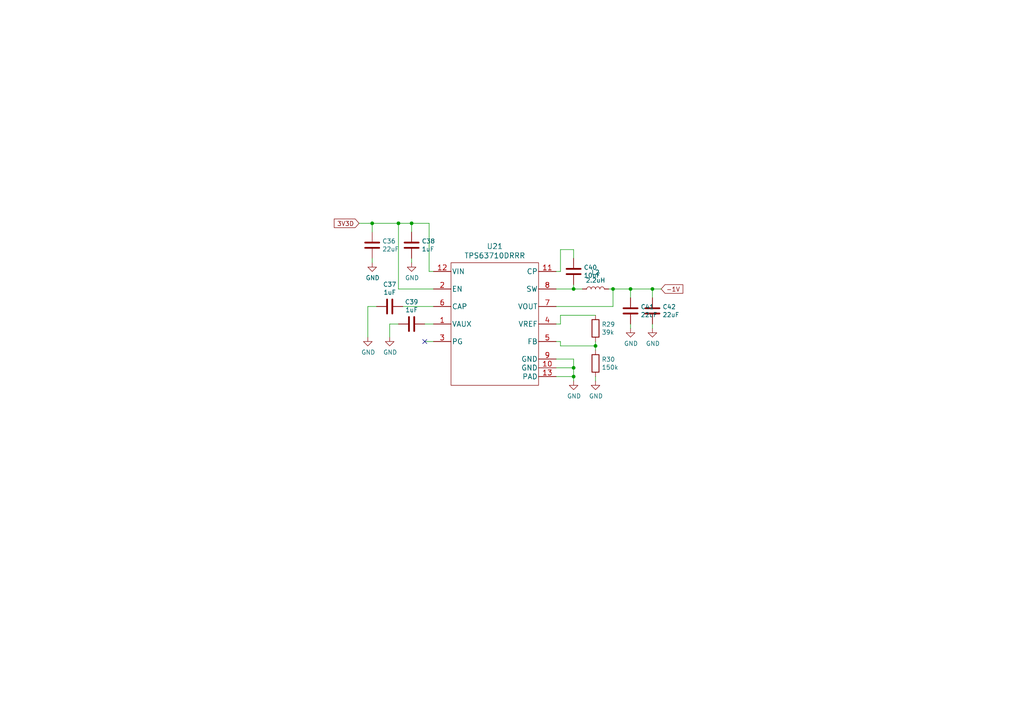
<source format=kicad_sch>
(kicad_sch (version 20211123) (generator eeschema)
  (paper "A4")
  (lib_symbols
    (symbol "Device:C" (pin_numbers hide) (pin_names (offset 0.254))
      (property "Reference" "C" (at 0.635 2.54 0))
      (property "Value" "C" (at 0.635 -2.54 0))
      (symbol "C_0_1"
        (polyline (pts (xy -2.032 -0.762) (xy 2.032 -0.762)) (stroke (width 0.508)))
        (polyline (pts (xy -2.032 0.762) (xy 2.032 0.762)) (stroke (width 0.508)))
      )
      (symbol "C_1_1"
        (pin passive line (at 0 3.81 270) (length 2.794) (name "~") (number "1"))
        (pin passive line (at 0 -3.81 90) (length 2.794) (name "~") (number "2"))
      )
    )
    (symbol "Device:L" (pin_numbers hide) (pin_names (offset 1.016) hide)
      (property "Reference" "L" (at -1.27 0 90))
      (property "Value" "L" (at 1.905 0 90))
      (symbol "L_0_1"
        (arc (start 0 -2.54) (mid 0.635 -1.905) (end 0 -1.27))
        (arc (start 0 -1.27) (mid 0.635 -0.635) (end 0 0))
        (arc (start 0 0) (mid 0.635 0.635) (end 0 1.27))
        (arc (start 0 1.27) (mid 0.635 1.905) (end 0 2.54))
      )
      (symbol "L_1_1"
        (pin passive line (at 0 3.81 270) (length 1.27) (name "1") (number "1"))
        (pin passive line (at 0 -3.81 90) (length 1.27) (name "2") (number "2"))
      )
    )
    (symbol "Device:R" (pin_numbers hide) (pin_names (offset 0))
      (property "Reference" "R" (at 2.032 0 90))
      (property "Value" "R" (at 0 0 90))
      (symbol "R_0_1"
        (rectangle (start -1.016 -2.54) (end 1.016 2.54) (stroke (width 0.254)))
      )
      (symbol "R_1_1"
        (pin passive line (at 0 3.81 270) (length 1.27) (name "~") (number "1"))
        (pin passive line (at 0 -3.81 90) (length 1.27) (name "~") (number "2"))
      )
    )
    (symbol "Ninja-qPCR:TPS63710DRRR" (pin_names (offset 0.254))
      (property "Reference" "U" (at 0 13.97 0))
      (property "Value" "Ninja-qPCR_TPS63710DRRR" (at 0 -24.13 0))
      (symbol "TPS63710DRRR_1_1"
        (rectangle (start -12.7 12.7) (end 12.7 -22.86))
        (pin input line (at -17.78 -5.08 0) (length 5.08) (name "VAUX") (number "1"))
        (pin power_in line (at 17.78 -17.78 180) (length 5.08) (name "GND") (number "10"))
        (pin unspecified line (at 17.78 10.16 180) (length 5.08) (name "CP") (number "11"))
        (pin power_in line (at -17.78 10.16 0) (length 5.08) (name "VIN") (number "12"))
        (pin power_in line (at 17.78 -20.32 180) (length 5.08) (name "PAD") (number "13"))
        (pin input line (at -17.78 5.08 0) (length 5.08) (name "EN") (number "2"))
        (pin open_collector line (at -17.78 -10.16 0) (length 5.08) (name "PG") (number "3"))
        (pin output line (at 17.78 -5.08 180) (length 5.08) (name "VREF") (number "4"))
        (pin input line (at 17.78 -10.16 180) (length 5.08) (name "FB") (number "5"))
        (pin unspecified line (at -17.78 0 0) (length 5.08) (name "CAP") (number "6"))
        (pin input line (at 17.78 0 180) (length 5.08) (name "VOUT") (number "7"))
        (pin power_in line (at 17.78 5.08 180) (length 5.08) (name "SW") (number "8"))
        (pin power_in line (at 17.78 -15.24 180) (length 5.08) (name "GND") (number "9"))
      )
    )
    (symbol "power:GND" (power) (pin_names (offset 0))
      (property "Value" "GND" (at 0 -3.81 0))
      (symbol "GND_0_1"
        (polyline (pts (xy 0 0) (xy 0 -1.27) (xy 1.27 -1.27) (xy 0 -2.54) (xy -1.27 -1.27) (xy 0 -1.27)))
      )
      (symbol "GND_1_1"
        (pin power_in line (at 0 0 270) (length 0) hide (name "GND") (number "1"))
      )
    )
  )
  (junction (at 166.37 83.82))
  (junction (at 115.57 64.77))
  (junction (at 166.37 109.22))
  (junction (at 166.37 106.68))
  (junction (at 119.38 64.77))
  (junction (at 182.88 83.82))
  (junction (at 177.8 83.82))
  (junction (at 172.72 100.33))
  (junction (at 107.95 64.77))
  (junction (at 189.23 83.82))
  (no_connect (at 123.19 99.06))
  (wire (pts (xy 166.37 104.14) (xy 161.29 104.14)))
  (wire (pts (xy 107.95 67.31) (xy 107.95 64.77)))
  (wire (pts (xy 166.37 83.82) (xy 161.29 83.82)))
  (wire (pts (xy 182.88 95.25) (xy 182.88 93.98)))
  (wire (pts (xy 166.37 72.39) (xy 166.37 74.93)))
  (wire (pts (xy 172.72 91.44) (xy 162.56 91.44)))
  (wire (pts (xy 115.57 64.77) (xy 107.95 64.77)))
  (wire (pts (xy 177.8 88.9) (xy 161.29 88.9)))
  (wire (pts (xy 124.46 78.74) (xy 124.46 64.77)))
  (wire (pts (xy 189.23 95.25) (xy 189.23 93.98)))
  (wire (pts (xy 172.72 110.49) (xy 172.72 109.22)))
  (wire (pts (xy 125.73 93.98) (xy 123.19 93.98)))
  (wire (pts (xy 119.38 64.77) (xy 115.57 64.77)))
  (wire (pts (xy 161.29 99.06) (xy 162.56 99.06)))
  (wire (pts (xy 125.73 83.82) (xy 115.57 83.82)))
  (wire (pts (xy 166.37 109.22) (xy 166.37 106.68)))
  (wire (pts (xy 106.68 88.9) (xy 109.22 88.9)))
  (wire (pts (xy 162.56 78.74) (xy 162.56 72.39)))
  (wire (pts (xy 168.91 83.82) (xy 166.37 83.82)))
  (wire (pts (xy 161.29 106.68) (xy 166.37 106.68)))
  (wire (pts (xy 176.53 83.82) (xy 177.8 83.82)))
  (wire (pts (xy 162.56 72.39) (xy 166.37 72.39)))
  (wire (pts (xy 125.73 78.74) (xy 124.46 78.74)))
  (wire (pts (xy 162.56 93.98) (xy 161.29 93.98)))
  (wire (pts (xy 104.14 64.77) (xy 107.95 64.77)))
  (wire (pts (xy 166.37 110.49) (xy 166.37 109.22)))
  (wire (pts (xy 107.95 76.2) (xy 107.95 74.93)))
  (wire (pts (xy 119.38 67.31) (xy 119.38 64.77)))
  (wire (pts (xy 162.56 100.33) (xy 172.72 100.33)))
  (wire (pts (xy 177.8 83.82) (xy 177.8 88.9)))
  (wire (pts (xy 161.29 78.74) (xy 162.56 78.74)))
  (wire (pts (xy 161.29 109.22) (xy 166.37 109.22)))
  (wire (pts (xy 119.38 76.2) (xy 119.38 74.93)))
  (wire (pts (xy 182.88 86.36) (xy 182.88 83.82)))
  (wire (pts (xy 166.37 82.55) (xy 166.37 83.82)))
  (wire (pts (xy 189.23 83.82) (xy 191.77 83.82)))
  (wire (pts (xy 177.8 83.82) (xy 182.88 83.82)))
  (wire (pts (xy 115.57 93.98) (xy 113.03 93.98)))
  (wire (pts (xy 162.56 99.06) (xy 162.56 100.33)))
  (wire (pts (xy 113.03 93.98) (xy 113.03 97.79)))
  (wire (pts (xy 116.84 88.9) (xy 125.73 88.9)))
  (wire (pts (xy 182.88 83.82) (xy 189.23 83.82)))
  (wire (pts (xy 172.72 100.33) (xy 172.72 101.6)))
  (wire (pts (xy 162.56 91.44) (xy 162.56 93.98)))
  (wire (pts (xy 124.46 64.77) (xy 119.38 64.77)))
  (wire (pts (xy 189.23 86.36) (xy 189.23 83.82)))
  (wire (pts (xy 172.72 99.06) (xy 172.72 100.33)))
  (wire (pts (xy 106.68 97.79) (xy 106.68 88.9)))
  (wire (pts (xy 166.37 106.68) (xy 166.37 104.14)))
  (wire (pts (xy 123.19 99.06) (xy 125.73 99.06)))
  (wire (pts (xy 115.57 83.82) (xy 115.57 64.77)))
  (global_label "3V3D" (shape input) (at 104.14 64.77 180) (property "Intersheet References" "${INTERSHEET_REFS}" (effects hide)))
  (global_label "-1V" (shape input) (at 191.77 83.82 0) (property "Intersheet References" "${INTERSHEET_REFS}" (effects hide)))
  (symbol (lib_id "Ninja-qPCR:TPS63710DRRR") (at 143.51 88.9 0) (unit 1)
    (property "Reference" "U21" (at 143.51 71.4502 0) (effects (font (size 1.524 1.524))))
    (property "Value" "TPS63710DRRR" (at 143.51 74.1426 0) (effects (font (size 1.524 1.524))))
    (property "Footprint" "Ninja-qPCR:TPS63710DRRR" (effects hide))
  )
  (symbol (lib_id "power:GND") (at 166.37 110.49 0) (unit 1)
    (property "Reference" "#PWR041" (effects hide))
    (property "Value" "GND" (at 166.497 114.8842 0))
  )
  (symbol (lib_id "Device:C") (at 166.37 78.74 0) (unit 1)
    (property "Reference" "C40" (at 169.291 77.5716 0) (effects (justify left)))
    (property "Value" "10uF" (at 169.291 79.883 0) (effects (justify left)))
    (property "Footprint" "Capacitors_SMD:C_0805" (effects hide))
  )
  (symbol (lib_id "Device:L") (at 172.72 83.82 90) (unit 1)
    (property "Reference" "L2" (at 172.72 78.994 90))
    (property "Value" "2.2uH" (at 172.72 81.3054 90))
    (property "Footprint" "Capacitors_SMD:C_0805" (effects hide))
  )
  (symbol (lib_id "Device:C") (at 182.88 90.17 0) (unit 1)
    (property "Reference" "C41" (at 185.801 89.0016 0) (effects (justify left)))
    (property "Value" "22uF" (at 185.801 91.313 0) (effects (justify left)))
    (property "Footprint" "Capacitors_SMD:C_1210" (effects hide))
  )
  (symbol (lib_id "power:GND") (at 182.88 95.25 0) (unit 1)
    (property "Reference" "#PWR043" (effects hide))
    (property "Value" "GND" (at 183.007 99.6442 0))
  )
  (symbol (lib_id "Device:R") (at 172.72 95.25 0) (unit 1)
    (property "Reference" "R29" (at 174.498 94.0816 0) (effects (justify left)))
    (property "Value" "39k" (at 174.498 96.393 0) (effects (justify left)))
    (property "Footprint" "Resistors_SMD:R_0603" (effects hide))
  )
  (symbol (lib_id "Device:R") (at 172.72 105.41 0) (unit 1)
    (property "Reference" "R30" (at 174.498 104.2416 0) (effects (justify left)))
    (property "Value" "150k" (at 174.498 106.553 0) (effects (justify left)))
    (property "Footprint" "Resistors_SMD:R_0603" (effects hide))
  )
  (symbol (lib_id "power:GND") (at 172.72 110.49 0) (unit 1)
    (property "Reference" "#PWR042" (effects hide))
    (property "Value" "GND" (at 172.847 114.8842 0))
  )
  (symbol (lib_id "Device:C") (at 119.38 93.98 270) (unit 1)
    (property "Reference" "C39" (at 119.38 87.5792 90))
    (property "Value" "1uF" (at 119.38 89.8906 90))
    (property "Footprint" "Capacitors_SMD:C_0603" (effects hide))
  )
  (symbol (lib_id "power:GND") (at 113.03 97.79 0) (unit 1)
    (property "Reference" "#PWR039" (effects hide))
    (property "Value" "GND" (at 113.157 102.1842 0))
  )
  (symbol (lib_id "Device:C") (at 113.03 88.9 270) (unit 1)
    (property "Reference" "C37" (at 113.03 82.4992 90))
    (property "Value" "1uF" (at 113.03 84.8106 90))
    (property "Footprint" "Capacitors_SMD:C_0603" (effects hide))
  )
  (symbol (lib_id "power:GND") (at 106.68 97.79 0) (unit 1)
    (property "Reference" "#PWR037" (effects hide))
    (property "Value" "GND" (at 106.807 102.1842 0))
  )
  (symbol (lib_id "Device:C") (at 119.38 71.12 0) (unit 1)
    (property "Reference" "C38" (at 122.301 69.9516 0) (effects (justify left)))
    (property "Value" "1uF" (at 122.301 72.263 0) (effects (justify left)))
    (property "Footprint" "Capacitors_SMD:C_0603" (effects hide))
  )
  (symbol (lib_id "power:GND") (at 119.38 76.2 0) (unit 1)
    (property "Reference" "#PWR040" (effects hide))
    (property "Value" "GND" (at 119.507 80.5942 0))
  )
  (symbol (lib_id "Device:C") (at 107.95 71.12 0) (unit 1)
    (property "Reference" "C36" (at 110.871 69.9516 0) (effects (justify left)))
    (property "Value" "22uF" (at 110.871 72.263 0) (effects (justify left)))
    (property "Footprint" "Capacitors_SMD:C_1210" (effects hide))
  )
  (symbol (lib_id "power:GND") (at 107.95 76.2 0) (unit 1)
    (property "Reference" "#PWR038" (effects hide))
    (property "Value" "GND" (at 108.077 80.5942 0))
  )
  (symbol (lib_id "Device:C") (at 189.23 90.17 0) (unit 1)
    (property "Reference" "C42" (at 192.151 89.0016 0) (effects (justify left)))
    (property "Value" "22uF" (at 192.151 91.313 0) (effects (justify left)))
    (property "Footprint" "Capacitors_SMD:C_1210" (effects hide))
  )
  (symbol (lib_id "power:GND") (at 189.23 95.25 0) (unit 1)
    (property "Reference" "#PWR044" (effects hide))
    (property "Value" "GND" (at 189.357 99.6442 0))
  )
)
</source>
